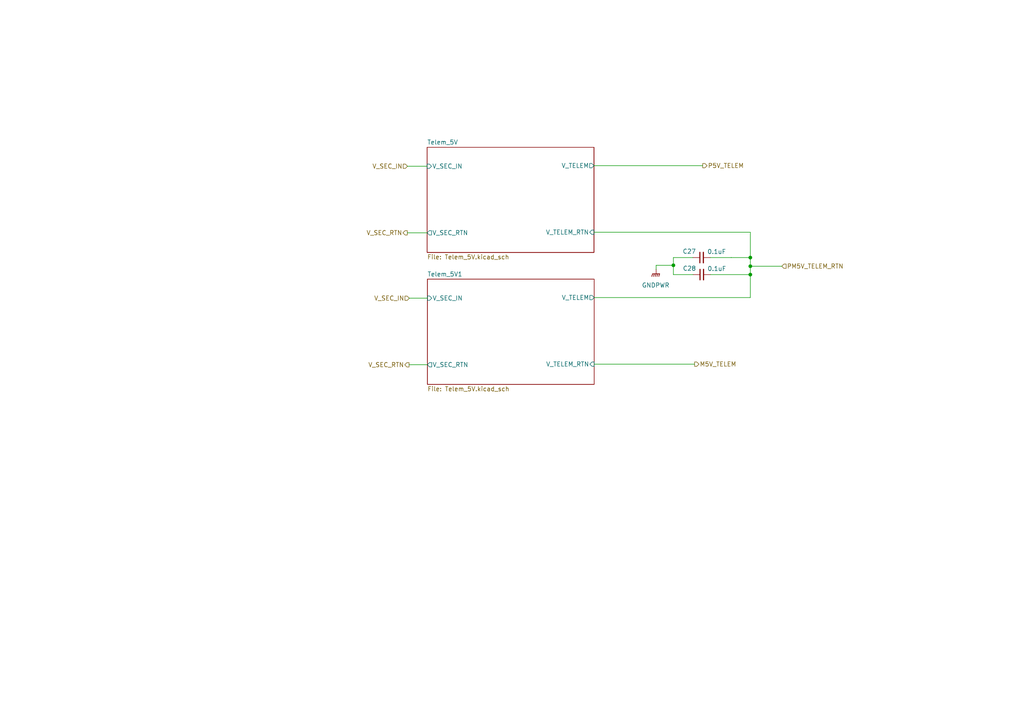
<source format=kicad_sch>
(kicad_sch
	(version 20250114)
	(generator "eeschema")
	(generator_version "9.0")
	(uuid "2119c5d5-8480-47cd-810e-ee85e603d431")
	(paper "A4")
	(lib_symbols
		(symbol "Device:C_Small"
			(pin_numbers
				(hide yes)
			)
			(pin_names
				(offset 0.254)
				(hide yes)
			)
			(exclude_from_sim no)
			(in_bom yes)
			(on_board yes)
			(property "Reference" "C"
				(at 0.254 1.778 0)
				(effects
					(font
						(size 1.27 1.27)
					)
					(justify left)
				)
			)
			(property "Value" "C_Small"
				(at 0.254 -2.032 0)
				(effects
					(font
						(size 1.27 1.27)
					)
					(justify left)
				)
			)
			(property "Footprint" ""
				(at 0 0 0)
				(effects
					(font
						(size 1.27 1.27)
					)
					(hide yes)
				)
			)
			(property "Datasheet" "~"
				(at 0 0 0)
				(effects
					(font
						(size 1.27 1.27)
					)
					(hide yes)
				)
			)
			(property "Description" "Unpolarized capacitor, small symbol"
				(at 0 0 0)
				(effects
					(font
						(size 1.27 1.27)
					)
					(hide yes)
				)
			)
			(property "ki_keywords" "capacitor cap"
				(at 0 0 0)
				(effects
					(font
						(size 1.27 1.27)
					)
					(hide yes)
				)
			)
			(property "ki_fp_filters" "C_*"
				(at 0 0 0)
				(effects
					(font
						(size 1.27 1.27)
					)
					(hide yes)
				)
			)
			(symbol "C_Small_0_1"
				(polyline
					(pts
						(xy -1.524 0.508) (xy 1.524 0.508)
					)
					(stroke
						(width 0.3048)
						(type default)
					)
					(fill
						(type none)
					)
				)
				(polyline
					(pts
						(xy -1.524 -0.508) (xy 1.524 -0.508)
					)
					(stroke
						(width 0.3302)
						(type default)
					)
					(fill
						(type none)
					)
				)
			)
			(symbol "C_Small_1_1"
				(pin passive line
					(at 0 2.54 270)
					(length 2.032)
					(name "~"
						(effects
							(font
								(size 1.27 1.27)
							)
						)
					)
					(number "1"
						(effects
							(font
								(size 1.27 1.27)
							)
						)
					)
				)
				(pin passive line
					(at 0 -2.54 90)
					(length 2.032)
					(name "~"
						(effects
							(font
								(size 1.27 1.27)
							)
						)
					)
					(number "2"
						(effects
							(font
								(size 1.27 1.27)
							)
						)
					)
				)
			)
			(embedded_fonts no)
		)
		(symbol "power:GNDPWR"
			(power)
			(pin_numbers
				(hide yes)
			)
			(pin_names
				(offset 0)
				(hide yes)
			)
			(exclude_from_sim no)
			(in_bom yes)
			(on_board yes)
			(property "Reference" "#PWR"
				(at 0 -5.08 0)
				(effects
					(font
						(size 1.27 1.27)
					)
					(hide yes)
				)
			)
			(property "Value" "GNDPWR"
				(at 0 -3.302 0)
				(effects
					(font
						(size 1.27 1.27)
					)
				)
			)
			(property "Footprint" ""
				(at 0 -1.27 0)
				(effects
					(font
						(size 1.27 1.27)
					)
					(hide yes)
				)
			)
			(property "Datasheet" ""
				(at 0 -1.27 0)
				(effects
					(font
						(size 1.27 1.27)
					)
					(hide yes)
				)
			)
			(property "Description" "Power symbol creates a global label with name \"GNDPWR\" , global ground"
				(at 0 0 0)
				(effects
					(font
						(size 1.27 1.27)
					)
					(hide yes)
				)
			)
			(property "ki_keywords" "global ground"
				(at 0 0 0)
				(effects
					(font
						(size 1.27 1.27)
					)
					(hide yes)
				)
			)
			(symbol "GNDPWR_0_1"
				(polyline
					(pts
						(xy -1.016 -1.27) (xy -1.27 -2.032) (xy -1.27 -2.032)
					)
					(stroke
						(width 0.2032)
						(type default)
					)
					(fill
						(type none)
					)
				)
				(polyline
					(pts
						(xy -0.508 -1.27) (xy -0.762 -2.032) (xy -0.762 -2.032)
					)
					(stroke
						(width 0.2032)
						(type default)
					)
					(fill
						(type none)
					)
				)
				(polyline
					(pts
						(xy 0 -1.27) (xy 0 0)
					)
					(stroke
						(width 0)
						(type default)
					)
					(fill
						(type none)
					)
				)
				(polyline
					(pts
						(xy 0 -1.27) (xy -0.254 -2.032) (xy -0.254 -2.032)
					)
					(stroke
						(width 0.2032)
						(type default)
					)
					(fill
						(type none)
					)
				)
				(polyline
					(pts
						(xy 0.508 -1.27) (xy 0.254 -2.032) (xy 0.254 -2.032)
					)
					(stroke
						(width 0.2032)
						(type default)
					)
					(fill
						(type none)
					)
				)
				(polyline
					(pts
						(xy 1.016 -1.27) (xy -1.016 -1.27) (xy -1.016 -1.27)
					)
					(stroke
						(width 0.2032)
						(type default)
					)
					(fill
						(type none)
					)
				)
				(polyline
					(pts
						(xy 1.016 -1.27) (xy 0.762 -2.032) (xy 0.762 -2.032) (xy 0.762 -2.032)
					)
					(stroke
						(width 0.2032)
						(type default)
					)
					(fill
						(type none)
					)
				)
			)
			(symbol "GNDPWR_1_1"
				(pin power_in line
					(at 0 0 270)
					(length 0)
					(name "~"
						(effects
							(font
								(size 1.27 1.27)
							)
						)
					)
					(number "1"
						(effects
							(font
								(size 1.27 1.27)
							)
						)
					)
				)
			)
			(embedded_fonts no)
		)
	)
	(junction
		(at 217.629 79.6439)
		(diameter 0)
		(color 0 0 0 0)
		(uuid "08db1484-be66-421d-91ba-f9160438c6a5")
	)
	(junction
		(at 217.629 74.7069)
		(diameter 0)
		(color 0 0 0 0)
		(uuid "2961dcbd-a8aa-4466-a98e-2f7105331d5a")
	)
	(junction
		(at 217.629 77.2173)
		(diameter 0)
		(color 0 0 0 0)
		(uuid "5cba8d30-6b3c-4aa2-99e3-d12f2cb20551")
	)
	(junction
		(at 195.3108 76.9489)
		(diameter 0)
		(color 0 0 0 0)
		(uuid "fe2792bd-9824-4134-aab7-f15079d6ebe7")
	)
	(wire
		(pts
			(xy 206.0839 79.6439) (xy 217.629 79.6439)
		)
		(stroke
			(width 0)
			(type default)
		)
		(uuid "04b5966d-02db-44ab-b1a2-5e252d42810f")
	)
	(wire
		(pts
			(xy 217.629 77.2173) (xy 217.629 79.6439)
		)
		(stroke
			(width 0)
			(type default)
		)
		(uuid "0cdd1954-191d-4073-ac5b-bdd36ad79b72")
	)
	(wire
		(pts
			(xy 226.7451 77.2173) (xy 217.629 77.2173)
		)
		(stroke
			(width 0)
			(type default)
		)
		(uuid "12ec01a7-3c52-4fff-8027-d4da6318f5c8")
	)
	(wire
		(pts
			(xy 123.8917 48.2177) (xy 118.1987 48.2177)
		)
		(stroke
			(width 0)
			(type default)
		)
		(uuid "1e03781d-ea74-49e8-bd00-6309257a56e8")
	)
	(wire
		(pts
			(xy 195.3108 74.7065) (xy 195.3108 76.9489)
		)
		(stroke
			(width 0)
			(type default)
		)
		(uuid "33638bca-e92d-40e6-9875-2353524bc83e")
	)
	(wire
		(pts
			(xy 190.305 78.1417) (xy 190.305 76.9489)
		)
		(stroke
			(width 0)
			(type default)
		)
		(uuid "33772eb7-fe6a-475a-ba5c-40bceacaee35")
	)
	(wire
		(pts
			(xy 190.305 76.9489) (xy 195.3108 76.9489)
		)
		(stroke
			(width 0)
			(type default)
		)
		(uuid "398b9315-c2c9-44c6-a046-4244a9cd87ef")
	)
	(wire
		(pts
			(xy 118.6492 105.7909) (xy 118.6492 105.8142)
		)
		(stroke
			(width 0)
			(type default)
		)
		(uuid "45403385-3613-4da4-bed4-de5f90483160")
	)
	(wire
		(pts
			(xy 123.8917 67.5291) (xy 118.1312 67.5291)
		)
		(stroke
			(width 0)
			(type default)
		)
		(uuid "4d828ad2-773d-4979-a0e9-7d7c4aa87bed")
	)
	(wire
		(pts
			(xy 217.629 79.6439) (xy 217.629 86.3086)
		)
		(stroke
			(width 0)
			(type default)
		)
		(uuid "4f47dca6-924e-408b-8d15-c13c4d28f0c9")
	)
	(wire
		(pts
			(xy 206.0359 74.7065) (xy 212.0875 74.7065)
		)
		(stroke
			(width 0)
			(type default)
		)
		(uuid "551b83a6-22f1-46f9-b23c-93ab9a6e474b")
	)
	(wire
		(pts
			(xy 118.1987 48.2177) (xy 118.1987 48.2217)
		)
		(stroke
			(width 0)
			(type default)
		)
		(uuid "60df1534-0062-4235-b343-b57fa0c9555b")
	)
	(wire
		(pts
			(xy 217.629 67.3582) (xy 217.629 74.7069)
		)
		(stroke
			(width 0)
			(type default)
		)
		(uuid "6a84e6e7-6af9-47b8-984a-f85c006dd664")
	)
	(wire
		(pts
			(xy 172.344 105.62) (xy 201.4595 105.62)
		)
		(stroke
			(width 0)
			(type default)
		)
		(uuid "8fdd4c1d-fc89-4bcb-8412-d72527bc0245")
	)
	(wire
		(pts
			(xy 217.629 86.3086) (xy 172.344 86.3086)
		)
		(stroke
			(width 0)
			(type default)
		)
		(uuid "9112e41e-bfdc-4325-9afb-687a67633b49")
	)
	(wire
		(pts
			(xy 212.0875 74.7069) (xy 212.0875 74.7065)
		)
		(stroke
			(width 0)
			(type default)
		)
		(uuid "940e616d-3efe-4060-b248-efc89075fb0d")
	)
	(wire
		(pts
			(xy 217.629 74.7069) (xy 212.0875 74.7069)
		)
		(stroke
			(width 0)
			(type default)
		)
		(uuid "988d36d5-2dbb-4e65-832a-ac0c7d28847f")
	)
	(wire
		(pts
			(xy 118.7167 86.4795) (xy 118.7167 86.5048)
		)
		(stroke
			(width 0)
			(type default)
		)
		(uuid "af9e165b-f666-439f-b40c-881918820df3")
	)
	(wire
		(pts
			(xy 200.9559 74.7065) (xy 195.3108 74.7065)
		)
		(stroke
			(width 0)
			(type default)
		)
		(uuid "bab2c907-dfdb-492c-aef6-04a91e6cac3d")
	)
	(wire
		(pts
			(xy 172.2777 67.3582) (xy 217.629 67.3582)
		)
		(stroke
			(width 0)
			(type default)
		)
		(uuid "bcc6d9da-06eb-4374-8079-395e7a817713")
	)
	(wire
		(pts
			(xy 217.629 74.7069) (xy 217.629 77.2173)
		)
		(stroke
			(width 0)
			(type default)
		)
		(uuid "bf629f91-9e21-48e8-8c52-0a7bd32e5583")
	)
	(wire
		(pts
			(xy 172.2777 48.0468) (xy 203.8213 48.0468)
		)
		(stroke
			(width 0)
			(type default)
		)
		(uuid "db1b50ef-5f4d-4f34-887d-3e1a87c9b66c")
	)
	(wire
		(pts
			(xy 195.3108 79.6439) (xy 201.0039 79.6439)
		)
		(stroke
			(width 0)
			(type default)
		)
		(uuid "dcff0e42-bf1a-4162-8b90-1d22c573fccc")
	)
	(wire
		(pts
			(xy 123.958 105.7909) (xy 118.6492 105.7909)
		)
		(stroke
			(width 0)
			(type default)
		)
		(uuid "e2b2cf0b-4f97-41cd-af13-6caa5ffb5675")
	)
	(wire
		(pts
			(xy 118.1312 67.5291) (xy 118.1312 67.5311)
		)
		(stroke
			(width 0)
			(type default)
		)
		(uuid "e4beeef3-9ab7-4e4c-bb95-dfa30d06f1e2")
	)
	(wire
		(pts
			(xy 123.958 86.4795) (xy 118.7167 86.4795)
		)
		(stroke
			(width 0)
			(type default)
		)
		(uuid "ef4fcad7-9158-4c64-b723-f9290ddb595a")
	)
	(wire
		(pts
			(xy 195.3108 76.9489) (xy 195.3108 79.6439)
		)
		(stroke
			(width 0)
			(type default)
		)
		(uuid "f4e82de9-6d68-42c1-bdb4-3701357fd33d")
	)
	(hierarchical_label "V_SEC_IN"
		(shape input)
		(at 118.1987 48.2217 180)
		(effects
			(font
				(size 1.27 1.27)
			)
			(justify right)
		)
		(uuid "1646597c-ad26-43b6-889d-c52381b9e29e")
	)
	(hierarchical_label "P5V_TELEM"
		(shape output)
		(at 203.8213 48.0468 0)
		(effects
			(font
				(size 1.27 1.27)
			)
			(justify left)
		)
		(uuid "2a68644a-2fee-4e6c-b319-4a5ec61c6e94")
	)
	(hierarchical_label "M5V_TELEM"
		(shape output)
		(at 201.4595 105.62 0)
		(effects
			(font
				(size 1.27 1.27)
			)
			(justify left)
		)
		(uuid "3b7cc467-cac9-49f9-b2ce-e27b68fe6026")
	)
	(hierarchical_label "V_SEC_RTN"
		(shape output)
		(at 118.1312 67.5311 180)
		(effects
			(font
				(size 1.27 1.27)
			)
			(justify right)
		)
		(uuid "3e8bb97a-e6e6-418d-bb45-3bdba60a3d55")
	)
	(hierarchical_label "V_SEC_IN"
		(shape input)
		(at 118.7167 86.5048 180)
		(effects
			(font
				(size 1.27 1.27)
			)
			(justify right)
		)
		(uuid "4601caff-a54d-4a14-9c92-8eb4d7eb5779")
	)
	(hierarchical_label "PM5V_TELEM_RTN"
		(shape input)
		(at 226.7451 77.2173 0)
		(effects
			(font
				(size 1.27 1.27)
			)
			(justify left)
		)
		(uuid "c7501656-aa7f-4ae9-a907-0cd58db47357")
	)
	(hierarchical_label "V_SEC_RTN"
		(shape output)
		(at 118.6492 105.8142 180)
		(effects
			(font
				(size 1.27 1.27)
			)
			(justify right)
		)
		(uuid "dbf79f63-d4b8-4b02-b4b7-762527e33ddf")
	)
	(symbol
		(lib_id "Device:C_Small")
		(at 203.4959 74.7065 90)
		(unit 1)
		(exclude_from_sim no)
		(in_bom yes)
		(on_board yes)
		(dnp no)
		(uuid "74f1b376-f19b-4092-b29e-867e7ce13326")
		(property "Reference" "C27"
			(at 199.9191 72.9181 90)
			(effects
				(font
					(size 1.27 1.27)
				)
			)
		)
		(property "Value" "0.1uF"
			(at 207.8595 72.9896 90)
			(effects
				(font
					(size 1.27 1.27)
				)
			)
		)
		(property "Footprint" "Capacitor_SMD:C_0603_1608Metric"
			(at 203.4959 74.7065 0)
			(effects
				(font
					(size 1.27 1.27)
				)
				(hide yes)
			)
		)
		(property "Datasheet" "-- mixed valuhttps://www.yageo.com/en/Chart/Download/pdf/CC0603KRX7R7BB104es --"
			(at 203.4959 74.7065 0)
			(effects
				(font
					(size 1.27 1.27)
				)
				(hide yes)
			)
		)
		(property "Description" "0.1 µF ±10% 16V Ceramic Capacitor X7R 0603 (1608 Metric)"
			(at 203.4959 74.7065 0)
			(effects
				(font
					(size 1.27 1.27)
				)
				(hide yes)
			)
		)
		(property "Dist. Part Num" "311-1088-1-ND"
			(at 203.4959 74.7065 0)
			(effects
				(font
					(size 1.27 1.27)
				)
				(hide yes)
			)
		)
		(property "Distributor" "Digi-Key"
			(at 203.4959 74.7065 0)
			(effects
				(font
					(size 1.27 1.27)
				)
				(hide yes)
			)
		)
		(property "Man. Part Num" "CC0603KRX7R7BB104"
			(at 203.4959 74.7065 0)
			(effects
				(font
					(size 1.27 1.27)
				)
				(hide yes)
			)
		)
		(property "Manufacturer" "YAGEO"
			(at 203.4959 74.7065 0)
			(effects
				(font
					(size 1.27 1.27)
				)
				(hide yes)
			)
		)
		(property "Package" "0603 (1608 Metric)"
			(at 203.4959 74.7065 0)
			(effects
				(font
					(size 1.27 1.27)
				)
				(hide yes)
			)
		)
		(property "Part Type" "SMD"
			(at 203.4959 74.7065 0)
			(effects
				(font
					(size 1.27 1.27)
				)
				(hide yes)
			)
		)
		(pin "2"
			(uuid "8a086f7c-90ab-4d5b-b309-db610d1b3004")
		)
		(pin "1"
			(uuid "c742b339-2d4e-4dac-9c4d-171ea27e8bc6")
		)
		(instances
			(project "CAEN_NEVIS_DAQ_PM5V"
				(path "/ae14f75f-f9e2-4d62-a3b7-befabe493169/c1f91f5f-5154-489e-a911-9103a8a4f26d"
					(reference "C27")
					(unit 1)
				)
			)
		)
	)
	(symbol
		(lib_id "power:GNDPWR")
		(at 190.305 78.1417 0)
		(unit 1)
		(exclude_from_sim no)
		(in_bom yes)
		(on_board yes)
		(dnp no)
		(fields_autoplaced yes)
		(uuid "97c7966a-648a-40f2-9ac6-d7cda5e17d98")
		(property "Reference" "#PWR08"
			(at 190.305 83.2217 0)
			(effects
				(font
					(size 1.27 1.27)
				)
				(hide yes)
			)
		)
		(property "Value" "GNDPWR"
			(at 190.178 82.7296 0)
			(effects
				(font
					(size 1.27 1.27)
				)
			)
		)
		(property "Footprint" ""
			(at 190.305 79.4117 0)
			(effects
				(font
					(size 1.27 1.27)
				)
				(hide yes)
			)
		)
		(property "Datasheet" ""
			(at 190.305 79.4117 0)
			(effects
				(font
					(size 1.27 1.27)
				)
				(hide yes)
			)
		)
		(property "Description" "Power symbol creates a global label with name \"GNDPWR\" , global ground"
			(at 190.305 78.1417 0)
			(effects
				(font
					(size 1.27 1.27)
				)
				(hide yes)
			)
		)
		(pin "1"
			(uuid "84b9a932-3638-46aa-a6e8-1002ac949ab5")
		)
		(instances
			(project "CAEN_NEVIS_DAQ_PM5V"
				(path "/ae14f75f-f9e2-4d62-a3b7-befabe493169/c1f91f5f-5154-489e-a911-9103a8a4f26d"
					(reference "#PWR08")
					(unit 1)
				)
			)
		)
	)
	(symbol
		(lib_id "Device:C_Small")
		(at 203.5439 79.6439 90)
		(unit 1)
		(exclude_from_sim no)
		(in_bom yes)
		(on_board yes)
		(dnp no)
		(uuid "e38331b1-6e95-4e4f-94eb-6e55747594cd")
		(property "Reference" "C28"
			(at 199.9671 77.8555 90)
			(effects
				(font
					(size 1.27 1.27)
				)
			)
		)
		(property "Value" "0.1uF"
			(at 207.9075 77.927 90)
			(effects
				(font
					(size 1.27 1.27)
				)
			)
		)
		(property "Footprint" "Capacitor_SMD:C_0603_1608Metric"
			(at 203.5439 79.6439 0)
			(effects
				(font
					(size 1.27 1.27)
				)
				(hide yes)
			)
		)
		(property "Datasheet" "-- mixed valuhttps://www.yageo.com/en/Chart/Download/pdf/CC0603KRX7R7BB104es --"
			(at 203.5439 79.6439 0)
			(effects
				(font
					(size 1.27 1.27)
				)
				(hide yes)
			)
		)
		(property "Description" "0.1 µF ±10% 16V Ceramic Capacitor X7R 0603 (1608 Metric)"
			(at 203.5439 79.6439 0)
			(effects
				(font
					(size 1.27 1.27)
				)
				(hide yes)
			)
		)
		(property "Dist. Part Num" "311-1088-1-ND"
			(at 203.5439 79.6439 0)
			(effects
				(font
					(size 1.27 1.27)
				)
				(hide yes)
			)
		)
		(property "Distributor" "Digi-Key"
			(at 203.5439 79.6439 0)
			(effects
				(font
					(size 1.27 1.27)
				)
				(hide yes)
			)
		)
		(property "Man. Part Num" "CC0603KRX7R7BB104"
			(at 203.5439 79.6439 0)
			(effects
				(font
					(size 1.27 1.27)
				)
				(hide yes)
			)
		)
		(property "Manufacturer" "YAGEO"
			(at 203.5439 79.6439 0)
			(effects
				(font
					(size 1.27 1.27)
				)
				(hide yes)
			)
		)
		(property "Package" "0603 (1608 Metric)"
			(at 203.5439 79.6439 0)
			(effects
				(font
					(size 1.27 1.27)
				)
				(hide yes)
			)
		)
		(property "Part Type" "SMD"
			(at 203.5439 79.6439 0)
			(effects
				(font
					(size 1.27 1.27)
				)
				(hide yes)
			)
		)
		(pin "2"
			(uuid "6054ce0b-d12b-4999-ba10-a65f9228f0d3")
		)
		(pin "1"
			(uuid "5faabfef-832a-4060-9be4-7cbbbbb3c400")
		)
		(instances
			(project "CAEN_NEVIS_DAQ_PM5V"
				(path "/ae14f75f-f9e2-4d62-a3b7-befabe493169/c1f91f5f-5154-489e-a911-9103a8a4f26d"
					(reference "C28")
					(unit 1)
				)
			)
		)
	)
	(sheet
		(at 123.8917 42.7113)
		(size 48.386 30.5128)
		(exclude_from_sim no)
		(in_bom yes)
		(on_board yes)
		(dnp no)
		(fields_autoplaced yes)
		(stroke
			(width 0.1524)
			(type solid)
		)
		(fill
			(color 0 0 0 0.0000)
		)
		(uuid "6764f052-9945-470b-966f-5073131ea4cc")
		(property "Sheetname" "Telem_5V"
			(at 123.8917 41.9997 0)
			(effects
				(font
					(size 1.27 1.27)
				)
				(justify left bottom)
			)
		)
		(property "Sheetfile" "Telem_5V.kicad_sch"
			(at 123.8917 73.8087 0)
			(effects
				(font
					(size 1.27 1.27)
				)
				(justify left top)
			)
		)
		(pin "V_TELEM" output
			(at 172.2777 48.0468 0)
			(uuid "8feecee5-fc87-4310-8e15-bad65726b8c9")
			(effects
				(font
					(size 1.27 1.27)
				)
				(justify right)
			)
		)
		(pin "V_TELEM_RTN" input
			(at 172.2777 67.3582 0)
			(uuid "4447c0c7-7978-460e-b0fd-5c7ae7b4a198")
			(effects
				(font
					(size 1.27 1.27)
				)
				(justify right)
			)
		)
		(pin "V_SEC_IN" input
			(at 123.8917 48.2177 180)
			(uuid "5b94c879-11c5-4b34-b30e-fc8a1e00c1df")
			(effects
				(font
					(size 1.27 1.27)
				)
				(justify left)
			)
		)
		(pin "V_SEC_RTN" output
			(at 123.8917 67.5291 180)
			(uuid "e698a97a-c1a9-4d37-a5c8-fa60357f9be3")
			(effects
				(font
					(size 1.27 1.27)
				)
				(justify left)
			)
		)
		(instances
			(project "CAEN_NEVIS_DAQ_PM5V"
				(path "/ae14f75f-f9e2-4d62-a3b7-befabe493169/c1f91f5f-5154-489e-a911-9103a8a4f26d"
					(page "6")
				)
			)
		)
	)
	(sheet
		(at 123.958 80.9731)
		(size 48.386 30.5128)
		(exclude_from_sim no)
		(in_bom yes)
		(on_board yes)
		(dnp no)
		(fields_autoplaced yes)
		(stroke
			(width 0.1524)
			(type solid)
		)
		(fill
			(color 0 0 0 0.0000)
		)
		(uuid "9b49a23b-f399-4e68-83d3-a1a45bcfae97")
		(property "Sheetname" "Telem_5V1"
			(at 123.958 80.2615 0)
			(effects
				(font
					(size 1.27 1.27)
				)
				(justify left bottom)
			)
		)
		(property "Sheetfile" "Telem_5V.kicad_sch"
			(at 123.958 112.0705 0)
			(effects
				(font
					(size 1.27 1.27)
				)
				(justify left top)
			)
		)
		(pin "V_TELEM" output
			(at 172.344 86.3086 0)
			(uuid "4b568ee3-e0eb-4ffd-ab46-5e89f616a7ec")
			(effects
				(font
					(size 1.27 1.27)
				)
				(justify right)
			)
		)
		(pin "V_TELEM_RTN" input
			(at 172.344 105.62 0)
			(uuid "0171a8b0-5e2d-4054-9ab4-6006f944e1e6")
			(effects
				(font
					(size 1.27 1.27)
				)
				(justify right)
			)
		)
		(pin "V_SEC_IN" input
			(at 123.958 86.4795 180)
			(uuid "428a16f3-b69c-4087-9227-75c7ed750a0a")
			(effects
				(font
					(size 1.27 1.27)
				)
				(justify left)
			)
		)
		(pin "V_SEC_RTN" output
			(at 123.958 105.7909 180)
			(uuid "50dd5806-9c58-4464-9a29-ef7174b15ae5")
			(effects
				(font
					(size 1.27 1.27)
				)
				(justify left)
			)
		)
		(instances
			(project "CAEN_NEVIS_DAQ_PM5V"
				(path "/ae14f75f-f9e2-4d62-a3b7-befabe493169/c1f91f5f-5154-489e-a911-9103a8a4f26d"
					(page "7")
				)
			)
		)
	)
)

</source>
